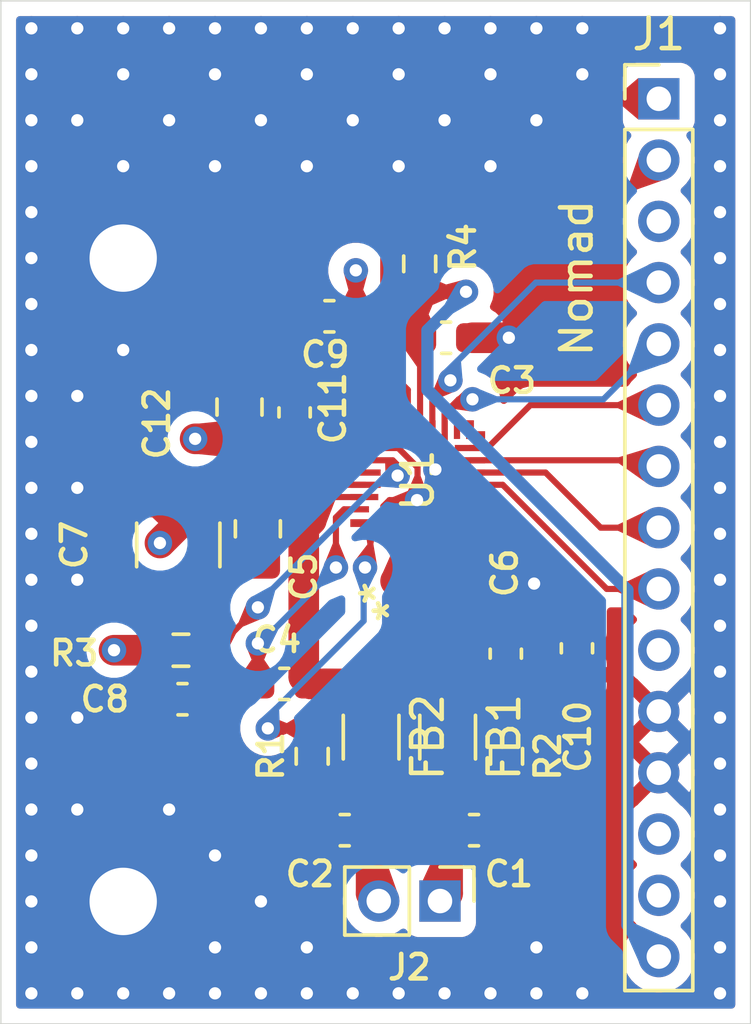
<source format=kicad_pcb>
(kicad_pcb (version 20241229) (generator "pcbnew") (generator_version "9.0")
  (layers (0 "F.Cu" signal) (4 "In1.Cu" power "GND") (6 "In2.Cu" power "PWR") (2 "B.Cu" signal) (13 "F.Paste" user) (15 "B.Paste" user) (5 "F.SilkS" user "F.Silkscreen") (7 "B.SilkS" user "B.Silkscreen") (1 "F.Mask" user) (3 "B.Mask" user) (25 "Edge.Cuts" user))
  (net 0 "")
  (net 1 "HP_P")
  (net 2 "GND")
  (net 3 "HP_N")
  (net 4 "OUTN")
  (net 5 "PVDD")
  (net 6 "OUTP")
  (net 7 "VBAT1S")
  (net 8 "IRQZ")
  (net 9 "SDZ")
  (net 10 "FSYNC")
  (net 11 "SBCLK")
  (net 12 "SCL")
  (net 13 "SDA")
  (net 14 "SDOUT")
  (net 15 "SDIN")
  (net 22 "/BST_N")
  (net 23 "/BST_P")
  (net 24 "/PVDD_SNS")
  (net 25 "/DREG")
  (net 26 "AVDD")
  (net 27 "IOVDD")
  (net 28 "/VSNSN")
  (net 29 "/VSNSP")
  (footprint "Capacitor_SMD:C_0603_1608Metric_Pad1.08x0.95mm_HandSolder" (layer "F.Cu") (at 142.6 95.5375 90)
    (property "Reference" "C11" (at 0.1375 1.25 270) (layer "F.SilkS") (effects (font (size 0.8 0.8))))
    (property "Value" "0.1u" (hide yes))
    (fp_line (start -0.146267 -0.51) (end 0.146267 -0.51) (stroke (width 0.12)) (layer "F.SilkS"))
    (fp_line (start -0.146267 0.51) (end 0.146267 0.51) (stroke (width 0.12)) (layer "F.SilkS"))
    (pad "1" smd roundrect (at -0.8625 0 90) (size 1.075 0.95) (layers "F.Cu" "F.Mask" "F.Paste") (net 7 "VBAT1S"))
    (pad "2" smd roundrect (at 0.8625 0 90) (size 1.075 0.95) (layers "F.Cu" "F.Mask" "F.Paste") (net 2 "GND"))
  )
  (footprint "Connector_PinHeader_2.00mm:PinHeader_1x02_P2.00mm_Vertical" (layer "F.Cu") (at 147.35 111.4875 -90)
    (property "Reference" "J2" (at 2.1625 1 180) (layer "F.SilkS") (effects (font (size 0.8 0.8))))
    (property "Value" "Conn_01x02" (hide yes))
    (fp_line (start -1.11 3.11) (end 1.11 3.11) (stroke (width 0.12)) (layer "F.SilkS"))
    (fp_line (start -1.11 1) (end -1.11 3.11) (stroke (width 0.12)) (layer "F.SilkS"))
    (fp_line (start -1.11 1) (end 1.11 1) (stroke (width 0.12)) (layer "F.SilkS"))
    (fp_line (start 1.11 1) (end 1.11 3.11) (stroke (width 0.12)) (layer "F.SilkS"))
    (fp_line (start -1.11 0) (end -1.11 -1.11) (stroke (width 0.12)) (layer "F.SilkS"))
    (fp_line (start -1.11 -1.11) (end 0 -1.11) (stroke (width 0.12)) (layer "F.SilkS"))
    (pad "1" thru_hole rect (at 0 0 270) (size 1.35 1.35) (drill 0.8) (layers "*.Cu" "*.Mask") (net 1 "HP_P"))
    (pad "2" thru_hole circle (at 0 2 270) (size 1.35 1.35) (drill 0.8) (layers "*.Cu" "*.Mask") (net 3 "HP_N"))
  )
  (footprint "Capacitor_SMD:C_0603_1608Metric_Pad1.08x0.95mm_HandSolder" (layer "F.Cu") (at 151.825 103.237501 -90)
    (property "Reference" "C10" (at 2.887499 -0.025 90) (layer "F.SilkS") (effects (font (size 0.8 0.8))))
    (property "Value" "1u" (hide yes))
    (fp_line (start -0.146267 0.51) (end 0.146267 0.51) (stroke (width 0.12)) (layer "F.SilkS"))
    (fp_line (start -0.146267 -0.51) (end 0.146267 -0.51) (stroke (width 0.12)) (layer "F.SilkS"))
    (pad "1" smd roundrect (at -0.862501 0 270) (size 1.075 0.95) (layers "F.Cu" "F.Mask" "F.Paste") (net 25 "/DREG"))
    (pad "2" smd roundrect (at 0.862501 0 270) (size 1.075 0.95) (layers "F.Cu" "F.Mask" "F.Paste") (net 2 "GND"))
  )
  (footprint "Resistor_SMD:R_0603_1608Metric_Pad0.98x0.95mm_HandSolder" (layer "F.Cu") (at 146.6875 90.6875 90)
    (property "Reference" "R4" (at 0.5375 1.4125 90) (layer "F.SilkS") (effects (font (size 0.8 0.8))))
    (property "Value" "4.7k" (hide yes))
    (fp_line (start -0.254724 -0.5225) (end 0.254724 -0.5225) (stroke (width 0.12)) (layer "F.SilkS"))
    (fp_line (start -0.254724 0.5225) (end 0.254724 0.5225) (stroke (width 0.12)) (layer "F.SilkS"))
    (pad "1" smd roundrect (at -0.9125 0 90) (size 0.975 0.95) (layers "F.Cu" "F.Mask" "F.Paste") (net 27 "IOVDD"))
    (pad "2" smd roundrect (at 0.9125 0 90) (size 0.975 0.95) (layers "F.Cu" "F.Mask" "F.Paste") (net 8 "IRQZ"))
  )
  (footprint "TAS2780:VQFN-HR_RYA_TEX" (layer "F.Cu") (at 146.6252 97.749999 90)
    (property "Reference" "U1" (at 0 0 90) (layer "F.SilkS"))
    (property "Value" "PTAS2780RYAR" (hide yes))
    (fp_poly (pts (xy 1.345212 -2.204796) (xy 1.345209 -1.417399) (xy 1.954809 -1.417399) (xy 1.954809 -1.671399) (xy 1.599209 -1.671393) (xy 1.599212 -2.204796)) (fill yes) (layer "F.Cu"))
    (fp_poly (pts (xy -1.942109 -1.417399) (xy -1.942109 -1.671399) (xy -1.526997 -1.671393) (xy -1.527 -2.204796) (xy -1.273 -2.204796) (xy -1.273 -1.417396)) (fill yes) (layer "F.Cu"))
    (fp_poly (pts (xy 1.954809 1.577807) (xy 1.345209 1.577807) (xy 1.345212 2.200097) (xy 1.599212 2.200097) (xy 1.599209 1.8318) (xy 1.954809 1.831807)) (fill yes) (layer "F.Cu"))
    (fp_poly (pts (xy -1.954809 1.577807) (xy -1.954809 1.831807) (xy -1.497609 1.8318) (xy -1.497612 2.200097) (xy -1.243612 2.200097) (xy -1.243609 1.577807)) (fill yes) (layer "F.Cu"))
    (fp_text user "*" (at -4.260001 -0.8952 90) (layer "F.SilkS"))
    (fp_text user "*" (at -3.690001 -1.3352 90) (layer "F.SilkS"))
    (pad "1" smd rect (at -1.650009 -1.544399 90) (size 0.5842 0.254) (layers "F.Cu" "F.Mask" "F.Paste") (net 28 "/VSNSN"))
    (pad "2" smd rect (at -1.446809 -1.1202 180) (size 0.2032 0.9906) (layers "F.Cu" "F.Mask" "F.Paste") (net 2 "GND"))
    (pad "3" smd rect (at -1.446809 -0.720201 180) (size 0.2032 0.9906) (layers "F.Cu" "F.Mask" "F.Paste") (net 6 "OUTP"))
    (pad "4" smd rect (at -1.650009 -0.320199 180) (size 0.2032 0.6096) (layers "F.Cu" "F.Mask" "F.Paste") (net 23 "/BST_P"))
    (pad "5" smd rect (at -1.650009 0.0798 180) (size 0.2032 0.6096) (layers "F.Cu" "F.Mask" "F.Paste") (net 29 "/VSNSP"))
    (pad "6" smd rect (at -1.650009 0.479799 180) (size 0.2032 0.6096) (layers "F.Cu" "F.Mask" "F.Paste"))
    (pad "7" smd rect (at -1.650009 0.879801 180) (size 0.2032 0.6096) (layers "F.Cu" "F.Mask" "F.Paste") (net 2 "GND"))
    (pad "8" smd rect (at -1.650009 1.2798 180) (size 0.2032 0.6096) (layers "F.Cu" "F.Mask" "F.Paste"))
    (pad "9" smd rect (at -1.599209 1.704807 180) (size 0.254 0.7112) (layers "F.Cu" "F.Mask" "F.Paste"))
    (pad "10" smd rect (at -0.950001 1.7048 90) (size 0.2032 0.9906) (layers "F.Cu" "F.Mask" "F.Paste") (net 25 "/DREG"))
    (pad "11" smd rect (at -0.549999 1.7048 90) (size 0.2032 0.9906) (layers "F.Cu" "F.Mask" "F.Paste"))
    (pad "12" smd rect (at -0.15 1.7048 90) (size 0.2032 0.9906) (layers "F.Cu" "F.Mask" "F.Paste") (net 14 "SDOUT"))
    (pad "13" smd rect (at 0.249999 1.7048 90) (size 0.2032 0.9906) (layers "F.Cu" "F.Mask" "F.Paste") (net 15 "SDIN"))
    (pad "14" smd rect (at 0.649998 1.7048 90) (size 0.2032 0.9906) (layers "F.Cu" "F.Mask" "F.Paste") (net 10 "FSYNC"))
    (pad "15" smd rect (at 1.05 1.7048 90) (size 0.2032 0.9906) (layers "F.Cu" "F.Mask" "F.Paste") (net 11 "SBCLK"))
    (pad "16" smd rect (at 1.650009 1.704807 180) (size 0.254 0.6096) (layers "F.Cu" "F.Mask" "F.Paste"))
    (pad "17" smd rect (at 1.650009 1.2798 180) (size 0.2032 0.6096) (layers "F.Cu" "F.Mask" "F.Paste"))
    (pad "18" smd rect (at 1.599209 0.879801 180) (size 0.2032 0.7112) (layers "F.Cu" "F.Mask" "F.Paste") (net 12 "SCL"))
    (pad "19" smd rect (at 1.624609 0.479799 180) (size 0.2032 0.6604) (layers "F.Cu" "F.Mask" "F.Paste") (net 13 "SDA"))
    (pad "20" smd rect (at 1.650009 0.0798 180) (size 0.2032 0.6096) (layers "F.Cu" "F.Mask" "F.Paste") (net 27 "IOVDD"))
    (pad "21" smd rect (at 1.650009 -0.320199 180) (size 0.2032 0.6096) (layers "F.Cu" "F.Mask" "F.Paste") (net 8 "IRQZ"))
    (pad "22" smd rect (at 1.650009 -0.720201 180) (size 0.2032 0.6096) (layers "F.Cu" "F.Mask" "F.Paste") (net 9 "SDZ"))
    (pad "23" smd rect (at 1.650009 -1.1202 180) (size 0.2032 0.6096) (layers "F.Cu" "F.Mask" "F.Paste") (net 2 "GND"))
    (pad "24" smd rect (at 1.650009 -1.544399 180) (size 0.254 0.6096) (layers "F.Cu" "F.Mask" "F.Paste") (net 26 "AVDD"))
    (pad "25" smd rect (at 1.05 -1.9 90) (size 0.2032 0.6096) (layers "F.Cu" "F.Mask" "F.Paste") (net 2 "GND"))
    (pad "26" smd rect (at 0.649998 -1.9 90) (size 0.2032 0.6096) (layers "F.Cu" "F.Mask" "F.Paste") (net 24 "/PVDD_SNS"))
    (pad "27" smd rect (at 0.249999 -1.7095 90) (size 0.2032 0.9906) (layers "F.Cu" "F.Mask" "F.Paste") (net 7 "VBAT1S"))
    (pad "28" smd rect (at -0.15 -1.7095 90) (size 0.2032 0.9906) (layers "F.Cu" "F.Mask" "F.Paste") (net 5 "PVDD"))
    (pad "29" smd rect (at -0.549999 -1.7476 90) (size 0.2032 0.9144) (layers "F.Cu" "F.Mask" "F.Paste") (net 4 "OUTN"))
    (pad "30" smd rect (at -0.950001 -1.9 90) (size 0.2032 0.6096) (layers "F.Cu" "F.Mask" "F.Paste") (net 22 "/BST_N"))
  )
  (footprint "Resistor_SMD:R_0603_1608Metric_Pad0.98x0.95mm_HandSolder" (layer "F.Cu") (at 138.8875 103.3 180)
    (property "Reference" "R3" (at 3.4875 -0.1 0) (layer "F.SilkS") (effects (font (size 0.8 0.8))))
    (property "Value" "2.2k" (hide yes))
    (fp_line (start -0.254724 0.5225) (end 0.254724 0.5225) (stroke (width 0.12)) (layer "F.SilkS"))
    (fp_line (start -0.254724 -0.5225) (end 0.254724 -0.5225) (stroke (width 0.12)) (layer "F.SilkS"))
    (pad "1" smd roundrect (at -0.9125 0 180) (size 0.975 0.95) (layers "F.Cu" "F.Mask" "F.Paste") (net 24 "/PVDD_SNS"))
    (pad "2" smd roundrect (at 0.9125 0 180) (size 0.975 0.95) (layers "F.Cu" "F.Mask" "F.Paste") (net 5 "PVDD"))
  )
  (footprint "Resistor_SMD:R_0603_1608Metric_Pad0.98x0.95mm_HandSolder" (layer "F.Cu") (at 149.525 106.7625 90)
    (property "Reference" "R2" (at 0 1.35 90) (layer "F.SilkS") (effects (font (size 0.8 0.8))))
    (property "Value" "1k" (hide yes))
    (fp_line (start -0.254724 -0.5225) (end 0.254724 -0.5225) (stroke (width 0.12)) (layer "F.SilkS"))
    (fp_line (start -0.254724 0.5225) (end 0.254724 0.5225) (stroke (width 0.12)) (layer "F.SilkS"))
    (pad "1" smd roundrect (at -0.9125 0 90) (size 0.975 0.95) (layers "F.Cu" "F.Mask" "F.Paste") (net 1 "HP_P"))
    (pad "2" smd roundrect (at 0.9125 0 90) (size 0.975 0.95) (layers "F.Cu" "F.Mask" "F.Paste") (net 29 "/VSNSP"))
  )
  (footprint "Capacitor_SMD:C_0603_1608Metric_Pad1.08x0.95mm_HandSolder" (layer "F.Cu") (at 147.55 93.1)
    (property "Reference" "C3" (at 2.15 1.4 0) (layer "F.SilkS") (effects (font (size 0.8 0.8))))
    (property "Value" "1u" (hide yes))
    (fp_line (start -0.146267 -0.51) (end 0.146267 -0.51) (stroke (width 0.12)) (layer "F.SilkS"))
    (fp_line (start -0.146267 0.51) (end 0.146267 0.51) (stroke (width 0.12)) (layer "F.SilkS"))
    (pad "1" smd roundrect (at -0.8625 0) (size 1.075 0.95) (layers "F.Cu" "F.Mask" "F.Paste") (net 27 "IOVDD"))
    (pad "2" smd roundrect (at 0.8625 0) (size 1.075 0.95) (layers "F.Cu" "F.Mask" "F.Paste") (net 2 "GND"))
  )
  (footprint "Capacitor_SMD:C_1210_3225Metric_Pad1.33x2.70mm_HandSolder" (layer "F.Cu") (at 138.8 99.8625 -90)
    (property "Reference" "C7" (at 0 3.4 90) (layer "F.SilkS") (effects (font (size 0.8 0.8))))
    (property "Value" "22u" (hide yes))
    (fp_line (start -0.711252 1.36) (end 0.711252 1.36) (stroke (width 0.12)) (layer "F.SilkS"))
    (fp_line (start -0.711252 -1.36) (end 0.711252 -1.36) (stroke (width 0.12)) (layer "F.SilkS"))
    (pad "1" smd roundrect (at -1.5625 0 270) (size 1.325 2.7) (layers "F.Cu" "F.Mask" "F.Paste") (roundrect_rratio 0.188679) (net 5 "PVDD"))
    (pad "2" smd roundrect (at 1.5625 0 270) (size 1.325 2.7) (layers "F.Cu" "F.Mask" "F.Paste") (roundrect_rratio 0.188679) (net 2 "GND"))
  )
  (footprint "Capacitor_SMD:C_0603_1608Metric_Pad1.08x0.95mm_HandSolder" (layer "F.Cu") (at 143.7375 92.4 180)
    (property "Reference" "C9" (at 0.1375 -1.25 0) (layer "F.SilkS") (effects (font (size 0.8 0.8))))
    (property "Value" "4.7u" (hide yes))
    (fp_line (start -0.146267 0.51) (end 0.146267 0.51) (stroke (width 0.12)) (layer "F.SilkS"))
    (fp_line (start -0.146267 -0.51) (end 0.146267 -0.51) (stroke (width 0.12)) (layer "F.SilkS"))
    (pad "1" smd roundrect (at -0.8625 0 180) (size 1.075 0.95) (layers "F.Cu" "F.Mask" "F.Paste") (net 26 "AVDD"))
    (pad "2" smd roundrect (at 0.8625 0 180) (size 1.075 0.95) (layers "F.Cu" "F.Mask" "F.Paste") (net 2 "GND"))
  )
  (footprint "Resistor_SMD:R_0603_1608Metric_Pad0.98x0.95mm_HandSolder" (layer "F.Cu") (at 143.175 106.7625 90)
    (property "Reference" "R1" (at 0 -1.35 90) (layer "F.SilkS") (effects (font (size 0.8 0.8))))
    (property "Value" "1k" (hide yes))
    (fp_line (start -0.254724 -0.5225) (end 0.254724 -0.5225) (stroke (width 0.12)) (layer "F.SilkS"))
    (fp_line (start -0.254724 0.5225) (end 0.254724 0.5225) (stroke (width 0.12)) (layer "F.SilkS"))
    (pad "1" smd roundrect (at -0.9125 0 90) (size 0.975 0.95) (layers "F.Cu" "F.Mask" "F.Paste") (net 3 "HP_N"))
    (pad "2" smd roundrect (at 0.9125 0 90) (size 0.975 0.95) (layers "F.Cu" "F.Mask" "F.Paste") (net 28 "/VSNSN"))
  )
  (footprint "Capacitor_SMD:C_1206_3216Metric_Pad1.33x1.80mm_HandSolder" (layer "F.Cu") (at 147.6 106.1375 -90)
    (property "Reference" "FB1" (at 0 -1.85 270) (layer "F.SilkS"))
    (property "Value" "FerriteBead")
    (fp_line (start -0.711252 0.91) (end 0.711252 0.91) (stroke (width 0.12)) (layer "F.SilkS"))
    (fp_line (start -0.711252 -0.91) (end 0.711252 -0.91) (stroke (width 0.12)) (layer "F.SilkS"))
    (pad "1" smd roundrect (at -1.5625 0 270) (size 1.325 1.8) (layers "F.Cu" "F.Mask" "F.Paste") (roundrect_rratio 0.188679) (net 6 "OUTP"))
    (pad "2" smd roundrect (at 1.5625 0 270) (size 1.325 1.8) (layers "F.Cu" "F.Mask" "F.Paste") (roundrect_rratio 0.188679) (net 1 "HP_P"))
  )
  (footprint "Capacitor_SMD:C_0603_1608Metric_Pad1.08x0.95mm_HandSolder" (layer "F.Cu") (at 148.4625 109.175 180)
    (property "Reference" "C1" (at -1.1375 -1.43 0) (layer "F.SilkS") (effects (font (size 0.8 0.8))))
    (property "Value" "1n" (hide yes))
    (fp_line (start -0.146267 0.51) (end 0.146267 0.51) (stroke (width 0.12)) (layer "F.SilkS"))
    (fp_line (start -0.146267 -0.51) (end 0.146267 -0.51) (stroke (width 0.12)) (layer "F.SilkS"))
    (pad "1" smd roundrect (at -0.8625 0 180) (size 1.075 0.95) (layers "F.Cu" "F.Mask" "F.Paste") (net 2 "GND"))
    (pad "2" smd roundrect (at 0.8625 0 180) (size 1.075 0.95) (layers "F.Cu" "F.Mask" "F.Paste") (net 1 "HP_P"))
  )
  (footprint "MountingHole:MountingHole_2.2mm_M2_DIN965_Pad" (layer "F.Cu") (at 137 90.5)
    (property "Reference" "H1" (hide yes))
    (property "Value" "MountingHole_Pad" (hide yes))
    (pad "1" thru_hole circle (at 0 0) (size 3.8 3.8) (drill 2.2) (layers "*.Cu" "*.Mask") (net 2 "GND"))
  )
  (footprint "Capacitor_SMD:C_0805_2012Metric_Pad1.18x1.45mm_HandSolder" (layer "F.Cu") (at 141.4 99.3375 -90)
    (property "Reference" "C5" (at 1.5625 -1.5 90) (layer "F.SilkS") (effects (font (size 0.8 0.8))))
    (property "Value" "0.1u" (hide yes))
    (fp_line (start -0.261252 0.735) (end 0.261252 0.735) (stroke (width 0.12)) (layer "F.SilkS"))
    (fp_line (start -0.261252 -0.735) (end 0.261252 -0.735) (stroke (width 0.12)) (layer "F.SilkS"))
    (pad "1" smd roundrect (at -1.0375 0 270) (size 1.175 1.45) (layers "F.Cu" "F.Mask" "F.Paste") (roundrect_rratio 0.212766) (net 5 "PVDD"))
    (pad "2" smd roundrect (at 1.0375 0 270) (size 1.175 1.45) (layers "F.Cu" "F.Mask" "F.Paste") (roundrect_rratio 0.212766) (net 2 "GND"))
  )
  (footprint "Capacitor_SMD:C_0603_1608Metric_Pad1.08x0.95mm_HandSolder" (layer "F.Cu") (at 149.5 103.4125 90)
    (property "Reference" "C6" (at 2.6375 -0.0375 90) (layer "F.SilkS") (effects (font (size 0.8 0.8))))
    (property "Value" "0.1u" (hide yes))
    (fp_line (start -0.146267 -0.51) (end 0.146267 -0.51) (stroke (width 0.12)) (layer "F.SilkS"))
    (fp_line (start -0.146267 0.51) (end 0.146267 0.51) (stroke (width 0.12)) (layer "F.SilkS"))
    (pad "1" smd roundrect (at -0.8625 0 90) (size 1.075 0.95) (layers "F.Cu" "F.Mask" "F.Paste") (net 6 "OUTP"))
    (pad "2" smd roundrect (at 0.8625 0 90) (size 1.075 0.95) (layers "F.Cu" "F.Mask" "F.Paste") (net 23 "/BST_P"))
  )
  (footprint "Capacitor_SMD:C_0603_1608Metric_Pad1.08x0.95mm_HandSolder" (layer "F.Cu") (at 138.9375 104.9 180)
    (property "Reference" "C8" (at 2.5375 0 0) (layer "F.SilkS") (effects (font (size 0.8 0.8))))
    (property "Value" "1n" (hide yes))
    (fp_line (start -0.146267 0.51) (end 0.146267 0.51) (stroke (width 0.12)) (layer "F.SilkS"))
    (fp_line (start -0.146267 -0.51) (end 0.146267 -0.51) (stroke (width 0.12)) (layer "F.SilkS"))
    (pad "1" smd roundrect (at -0.8625 0 180) (size 1.075 0.95) (layers "F.Cu" "F.Mask" "F.Paste") (net 24 "/PVDD_SNS"))
    (pad "2" smd roundrect (at 0.8625 0 180) (size 1.075 0.95) (layers "F.Cu" "F.Mask" "F.Paste") (net 2 "GND"))
  )
  (footprint "MountingHole:MountingHole_2.2mm_M2_DIN965_Pad" (layer "F.Cu") (at 137 111.5)
    (property "Reference" "H2" (hide yes))
    (property "Value" "MountingHole_Pad" (hide yes))
    (pad "1" thru_hole circle (at 0 0) (size 3.8 3.8) (drill 2.2) (layers "*.Cu" "*.Mask") (net 2 "GND"))
  )
  (footprint "Capacitor_SMD:C_0603_1608Metric_Pad1.08x0.95mm_HandSolder" (layer "F.Cu") (at 142.2625 104.4)
    (property "Reference" "C4" (at -0.2375 -1.4375 0) (layer "F.SilkS") (effects (font (size 0.8 0.8))))
    (property "Value" "0.1u" (hide yes))
    (fp_line (start -0.146267 -0.51) (end 0.146267 -0.51) (stroke (width 0.12)) (layer "F.SilkS"))
    (fp_line (start -0.146267 0.51) (end 0.146267 0.51) (stroke (width 0.12)) (layer "F.SilkS"))
    (pad "1" smd roundrect (at -0.8625 0) (size 1.075 0.95) (layers "F.Cu" "F.Mask" "F.Paste") (net 22 "/BST_N"))
    (pad "2" smd roundrect (at 0.8625 0) (size 1.075 0.95) (layers "F.Cu" "F.Mask" "F.Paste") (net 4 "OUTN"))
  )
  (footprint "Connector_PinHeader_2.00mm:PinHeader_1x15_P2.00mm_Vertical" (layer "F.Cu") (at 154.5 85.3)
    (property "Reference" "J1" (at 0 -2.11 0) (layer "F.SilkS"))
    (property "Value" "Conn_01x15" (hide yes))
    (fp_line (start -1.11 -1.11) (end 0 -1.11) (stroke (width 0.12)) (layer "F.SilkS"))
    (fp_line (start -1.11 0) (end -1.11 -1.11) (stroke (width 0.12)) (layer "F.SilkS"))
    (fp_line (start -1.11 1) (end -1.11 29.11) (stroke (width 0.12)) (layer "F.SilkS"))
    (fp_line (start -1.11 1) (end 1.11 1) (stroke (width 0.12)) (layer "F.SilkS"))
    (fp_line (start -1.11 29.11) (end 1.11 29.11) (stroke (width 0.12)) (layer "F.SilkS"))
    (fp_line (start 1.11 1) (end 1.11 29.11) (stroke (width 0.12)) (layer "F.SilkS"))
    (pad "1" thru_hole rect (at 0 0) (size 1.35 1.35) (drill 0.8) (layers "*.Cu" "*.Mask") (net 9 "SDZ"))
    (pad "2" thru_hole circle (at 0 2) (size 1.35 1.35) (drill 0.8) (layers "*.Cu" "*.Mask") (net 8 "IRQZ"))
    (pad "3" thru_hole circle (at 0 4) (size 1.35 1.35) (drill 0.8) (layers "*.Cu" "*.Mask") (net 26 "AVDD"))
    (pad "4" thru_hole circle (at 0 6) (size 1.35 1.35) (drill 0.8) (layers "*.Cu" "*.Mask") (net 13 "SDA"))
    (pad "5" thru_hole circle (at 0 8) (size 1.35 1.35) (drill 0.8) (layers "*.Cu" "*.Mask") (net 12 "SCL"))
    (pad "6" thru_hole circle (at 0 10) (size 1.35 1.35) (drill 0.8) (layers "*.Cu" "*.Mask") (net 11 "SBCLK"))
    (pad "7" thru_hole circle (at 0 12) (size 1.35 1.35) (drill 0.8) (layers "*.Cu" "*.Mask") (net 10 "FSYNC"))
    (pad "8" thru_hole circle (at 0 14) (size 1.35 1.35) (drill 0.8) (layers "*.Cu" "*.Mask") (net 15 "SDIN"))
    (pad "9" thru_hole circle (at 0 16) (size 1.35 1.35) (drill 0.8) (layers "*.Cu" "*.Mask") (net 14 "SDOUT"))
    (pad "10" thru_hole circle (at 0 18) (size 1.35 1.35) (drill 0.8) (layers "*.Cu" "*.Mask") (net 7 "VBAT1S"))
    (pad "11" thru_hole circle (at 0 20) (size 1.35 1.35) (drill 0.8) (layers "*.Cu" "*.Mask") (net 2 "GND"))
    (pad "12" thru_hole circle (at 0 22) (size 1.35 1.35) (drill 0.8) (layers "*.Cu" "*.Mask") (net 2 "GND"))
    (pad "13" thru_hole circle (at 0 24) (size 1.35 1.35) (drill 0.8) (layers "*.Cu" "*.Mask") (net 5 "PVDD"))
    (pad "14" thru_hole circle (at 0 26) (size 1.35 1.35) (drill 0.8) (layers "*.Cu" "*.Mask") (net 5 "PVDD"))
    (pad "15" thru_hole circle (at 0 28) (size 1.35 1.35) (drill 0.8) (layers "*.Cu" "*.Mask") (net 27 "IOVDD"))
  )
  (footprint "Capacitor_SMD:C_0805_2012Metric_Pad1.18x1.45mm_HandSolder" (layer "F.Cu") (at 140.8 95.3625 90)
    (property "Reference" "C12" (at -0.5375 -2.7 90) (layer "F.SilkS") (effects (font (size 0.8 0.8))))
    (property "Value" "10u" (hide yes))
    (fp_line (start -0.261252 -0.735) (end 0.261252 -0.735) (stroke (width 0.12)) (layer "F.SilkS"))
    (fp_line (start -0.261252 0.735) (end 0.261252 0.735) (stroke (width 0.12)) (layer "F.SilkS"))
    (pad "1" smd roundrect (at -1.0375 0 90) (size 1.175 1.45) (layers "F.Cu" "F.Mask" "F.Paste") (roundrect_rratio 0.212766) (net 7 "VBAT1S"))
    (pad "2" smd roundrect (at 1.0375 0 90) (size 1.175 1.45) (layers "F.Cu" "F.Mask" "F.Paste") (roundrect_rratio 0.212766) (net 2 "GND"))
  )
  (footprint "Capacitor_SMD:C_1206_3216Metric_Pad1.33x1.80mm_HandSolder" (layer "F.Cu") (at 145.1 106.1375 -90)
    (property "Reference" "FB2" (at 0 -1.85 270) (layer "F.SilkS"))
    (property "Value" "FerriteBead")
    (fp_line (start -0.711252 0.91) (end 0.711252 0.91) (stroke (width 0.12)) (layer "F.SilkS"))
    (fp_line (start -0.711252 -0.91) (end 0.711252 -0.91) (stroke (width 0.12)) (layer "F.SilkS"))
    (pad "1" smd roundrect (at -1.5625 0 270) (size 1.325 1.8) (layers "F.Cu" "F.Mask" "F.Paste") (roundrect_rratio 0.188679) (net 4 "OUTN"))
    (pad "2" smd roundrect (at 1.5625 0 270) (size 1.325 1.8) (layers "F.Cu" "F.Mask" "F.Paste") (roundrect_rratio 0.188679) (net 3 "HP_N"))
  )
  (footprint "Capacitor_SMD:C_0603_1608Metric_Pad1.08x0.95mm_HandSolder" (layer "F.Cu") (at 144.2375 109.175 180)
    (property "Reference" "C2" (at 1.1375 -1.43 0) (layer "F.SilkS") (effects (font (size 0.8 0.8))))
    (property "Value" "1n" (hide yes))
    (fp_line (start -0.146267 0.51) (end 0.146267 0.51) (stroke (width 0.12)) (layer "F.SilkS"))
    (fp_line (start -0.146267 -0.51) (end 0.146267 -0.51) (stroke (width 0.12)) (layer "F.SilkS"))
    (pad "1" smd roundrect (at -0.8625 0 180) (size 1.075 0.95) (layers "F.Cu" "F.Mask" "F.Paste") (net 3 "HP_N"))
    (pad "2" smd roundrect (at 0.8625 0 180) (size 1.075 0.95) (layers "F.Cu" "F.Mask" "F.Paste") (net 2 "GND"))
  )
  (gr_rect (start 133 82.1) (end 157.5 115.5) (stroke (width 0.05)) (fill no) (layer "Edge.Cuts"))
  (gr_text "Nomad" (at 152.4 93.8 90) (layer "F.SilkS") (effects (font (size 1 1)) (justify left bottom)))
  (segment (start 149.5 107.7) (end 149.525 107.675) (width 1) (layer "F.Cu") (net 1))
  (segment (start 147.6 107.7) (end 149.5 107.7) (width 1) (layer "F.Cu") (net 1))
  (segment (start 147.6 111.2375) (end 147.35 111.4875) (width 1) (layer "F.Cu") (net 1))
  (segment (start 147.6 109.175) (end 147.6 111.2375) (width 1) (layer "F.Cu") (net 1))
  (segment (start 147.6 109.175) (end 147.6 107.7) (width 1) (layer "F.Cu") (net 1))
  (segment (start 141.4 100.375) (end 139.85 100.375) (width 1) (layer "F.Cu") (net 2))
  (segment (start 135.925 101.425) (end 135.5 101) (width 1) (layer "F.Cu") (net 2))
  (segment (start 138.8 101.425) (end 138.8 101.6) (width 1) (layer "F.Cu") (net 2))
  (segment (start 147.4 98.4) (end 147.500002 98.500002) (width 0.2) (layer "F.Cu") (net 2))
  (segment (start 145.469593 96.699991) (end 145.4 96.699991) (width 0.2) (layer "F.Cu") (net 2))
  (segment (start 145.500001 98.599999) (end 145.7 98.4) (width 0.2) (layer "F.Cu") (net 2))
  (segment (start 146.617003 97.330346) (end 146.617003 98.382997) (width 0.2) (layer "F.Cu") (net 2))
  (segment (start 143.475 94.675) (end 142.6 94.675) (width 0.2) (layer "F.Cu") (net 2))
  (segment (start 145.4 96.699991) (end 144.720201 96.699991) (width 0.2) (layer "F.Cu") (net 2))
  (segment (start 145.986648 96.699991) (end 146.617003 97.330346) (width 0.2) (layer "F.Cu") (net 2))
  (segment (start 142.6 95.1) (end 142.6 94.675) (width 0.2) (layer "F.Cu") (net 2))
  (segment (start 144.099991 96.699991) (end 143.8 96.4) (width 0.2) (layer "F.Cu") (net 2))
  (segment (start 144.720201 96.699991) (end 144.099991 96.699991) (width 0.2) (layer "F.Cu") (net 2))
  (segment (start 149.35 109.2) (end 149.325 109.175) (width 1) (layer "F.Cu") (net 2))
  (segment (start 147.500002 98.500002) (end 147.500002 99.928401) (width 0.2) (layer "F.Cu") (net 2))
  (segment (start 144.720201 96.699991) (end 144.624991 96.699991) (width 0.2) (layer "F.Cu") (net 2))
  (segment (start 145.7 98.4) (end 146.6 98.4) (width 0.2) (layer "F.Cu") (net 2))
  (segment (start 143.8 96.4) (end 143.8 95) (width 0.2) (layer "F.Cu") (net 2))
  (segment (start 138.8 101.425) (end 135.925 101.425) (width 1) (layer "F.Cu") (net 2))
  (segment (start 143.8 95) (end 143.475 94.675) (width 0.2) (layer "F.Cu") (net 2))
  (segment (start 149.6 93.1) (end 148.4125 93.1) (width 1) (layer "F.Cu") (net 2))
  (segment (start 145.500001 96.669583) (end 145.469593 96.699991) (width 0.2) (layer "F.Cu") (net 2))
  (segment (start 139.85 100.375) (end 138.8 101.425) (width 1) (layer "F.Cu") (net 2))
  (segment (start 141.15 94.675) (end 140.8 94.325) (width 1) (layer "F.Cu") (net 2))
  (segment (start 146.617003 98.382997) (end 146.6 98.4) (width 0.2) (layer "F.Cu") (net 2))
  (segment (start 145.500001 96.099982) (end 145.500001 96.669583) (width 0.2) (layer "F.Cu") (net 2))
  (segment (start 145.500001 99.1968) (end 145.500001 98.599999) (width 0.2) (layer "F.Cu") (net 2))
  (segment (start 145.469593 96.699991) (end 145.986648 96.699991) (width 0.2) (layer "F.Cu") (net 2))
  (segment (start 154.499998 105.300002) (end 154.5 105.3) (width 0.2) (layer "F.Cu") (net 2))
  (segment (start 146.6 98.4) (end 147.4 98.4) (width 0.2) (layer "F.Cu") (net 2))
  (segment (start 142.6 94.675) (end 141.15 94.675) (width 1) (layer "F.Cu") (net 2))
  (via (at 156.5 113) (size 0.8) (drill 0.4) (layers "F.Cu" "B.Cu") (net 2))
  (via (at 156.5 84.5) (size 0.8) (drill 0.4) (layers "F.Cu" "B.Cu") (net 2))
  (via (at 149 114.5) (size 0.8) (drill 0.4) (layers "F.Cu" "B.Cu") (net 2))
  (via (at 156.5 95) (size 0.8) (drill 0.4) (layers "F.Cu" "B.Cu") (net 2))
  (via (at 135.5 108.5) (size 0.8) (drill 0.4) (layers "F.Cu" "B.Cu") (net 2))
  (via (at 147.5 83) (size 0.8) (drill 0.4) (layers "F.Cu" "B.Cu") (net 2))
  (via (at 138.5 108.5) (size 0.8) (drill 0.4) (layers "F.Cu" "B.Cu") (net 2))
  (via (at 156.5 99.5) (size 0.8) (drill 0.4) (layers "F.Cu" "B.Cu") (net 2))
  (via (at 156.5 92) (size 0.8) (drill 0.4) (layers "F.Cu" "B.Cu") (net 2))
  (via (at 150.425 101.125) (size 0.8) (drill 0.4) (layers "F.Cu" "B.Cu") (net 2))
  (via (at 146.6 98.4) (size 0.8) (drill 0.4) (layers "F.Cu" "B.Cu") (net 2))
  (via (at 134 107) (size 0.8) (drill 0.4) (layers "F.Cu" "B.Cu") (net 2))
  (via (at 134 96.5) (size 0.8) (drill 0.4) (layers "F.Cu" "B.Cu") (net 2))
  (via (at 134 95) (size 0.8) (drill 0.4) (layers "F.Cu" "B.Cu") (net 2))
  (via (at 134 84.5) (size 0.8) (drill 0.4) (layers "F.Cu" "B.Cu") (net 2))
  (via (at 143 114.5) (size 0.8) (drill 0.4) (layers "F.Cu" "B.Cu") (net 2))
  (via (at 134 101) (size 0.8) (drill 0.4) (layers "F.Cu" "B.Cu") (net 2))
  (via (at 146 84.5) (size 0.8) (drill 0.4) (layers "F.Cu" "B.Cu") (net 2))
  (via (at 150.5 113) (size 0.8) (drill 0.4) (layers "F.Cu" "B.Cu") (net 2))
  (via (at 135.5 83) (size 0.8) (drill 0.4) (layers "F.Cu" "B.Cu") (net 2))
  (via (at 137 114.5) (size 0.8) (drill 0.4) (layers "F.Cu" "B.Cu") (net 2))
  (via (at 137 87.5) (size 0.8) (drill 0.4) (layers "F.Cu" "B.Cu") (net 2))
  (via (at 156.5 90.5) (size 0.8) (drill 0.4) (layers "F.Cu" "B.Cu") (net 2))
  (via (at 138.5 83) (size 0.8) (drill 0.4) (layers "F.Cu" "B.Cu") (net 2))
  (via (at 149 87.5) (size 0.8) (drill 0.4) (layers "F.Cu" "B.Cu") (net 2))
  (via (at 140 114.5) (size 0.8) (drill 0.4) (layers "F.Cu" "B.Cu") (net 2))
  (via (at 140 83) (size 0.8) (drill 0.4) (layers "F.Cu" "B.Cu") (net 2))
  (via (at 135.5 101) (size 0.8) (drill 0.4) (layers "F.Cu" "B.Cu") (net 2))
  (via (at 146 87.5) (size 0.8) (drill 0.4) (layers "F.Cu" "B.Cu") (net 2))
  (via (at 134 105.5) (size 0.8) (drill 0.4) (layers "F.Cu" "B.Cu") (net 2))
  (via (at 141.5 83) (size 0.8) (drill 0.4) (layers "F.Cu" "B.Cu") (net 2))
  (via (at 152 114.5) (size 0.8) (drill 0.4) (layers "F.Cu" "B.Cu") (net 2))
  (via (at 141.5 86) (size 0.8) (drill 0.4) (layers "F.Cu" "B.Cu") (net 2))
  (via (at 146 83) (size 0.8) (drill 0.4) (layers "F.Cu" "B.Cu") (net 2))
  (via (at 156.5 96.5) (size 0.8) (drill 0.4) (layers "F.Cu" "B.Cu") (net 2))
  (via (at 147.2 97.4) (size 0.8) (drill 0.4) (layers "F.Cu" "B.Cu") (net 2))
  (via (at 134 111.5) (size 0.8) (drill 0.4) (layers "F.Cu" "B.Cu") (net 2))
  (via (at 134 90.5) (size 0.8) (drill 0.4) (layers "F.Cu" "B.Cu") (net 2))
  (via (at 149 83) (size 0.8) (drill 0.4) (layers "F.Cu" "B.Cu") (net 2))
  (via (at 134 104) (size 0.8) (drill 0.4) (layers "F.Cu" "B.Cu") (net 2))
  (via (at 150.5 86) (size 0.8) (drill 0.4) (layers "F.Cu" "B.Cu") (net 2))
  (via (at 140 110) (size 0.8) (drill 0.4) (layers "F.Cu" "B.Cu") (net 2))
  (via (at 138.5 114.5) (size 0.8) (drill 0.4) (layers "F.Cu" "B.Cu") (net 2))
  (via (at 143 87.5) (size 0.8) (drill 0.4) (layers "F.Cu" "B.Cu") (net 2))
  (via (at 135.5 105.5) (size 0.8) (drill 0.4) (layers "F.Cu" "B.Cu") (net 2))
  (via (at 156.5 105.5) (size 0.8) (drill 0.4) (layers "F.Cu" "B.Cu") (net 2))
  (via (at 140 113) (size 0.8) (drill 0.4) (layers "F.Cu" "B.Cu") (net 2))
  (via (at 149.6 93.1) (size 0.8) (drill 0.4) (layers "F.Cu" "B.Cu") (net 2))
  (via (at 156.5 114.5) (size 0.8) (drill 0.4) (layers "F.Cu" "B.Cu") (net 2))
  (via (at 134 99.5) (size 0.8) (drill 0.4) (layers "F.Cu" "B.Cu") (net 2))
  (via (at 156.5 87.5) (size 0.8) (drill 0.4) (layers "F.Cu" "B.Cu") (net 2))
  (via (at 134 86) (size 0.8) (drill 0.4) (layers "F.Cu" "B.Cu") (net 2))
  (via (at 134 93.5) (size 0.8) (drill 0.4) (layers "F.Cu" "B.Cu") (net 2))
  (via (at 150.5 114.5) (size 0.8) (drill 0.4) (layers "F.Cu" "B.Cu") (net 2))
  (via (at 152 84.5) (size 0.8) (drill 0.4) (layers "F.Cu" "B.Cu") (net 2))
  (via (at 137 84.5) (size 0.8) (drill 0.4) (layers "F.Cu" "B.Cu") (net 2))
  (via (at 134 98) (size 0.8) (drill 0.4) (layers "F.Cu" "B.Cu") (net 2))
  (via (at 134 113) (size 0.8) (drill 0.4) (layers "F.Cu" "B.Cu") (net 2))
  (via (at 134 102.5) (size 0.8) (drill 0.4) (layers "F.Cu" "B.Cu") (net 2))
  (via (at 156.5 86) (size 0.8) (drill 0.4) (layers "F.Cu" "B.Cu") (net 2))
  (via (at 135.5 98) (size 0.8) (drill 0.4) (layers "F.Cu" "B.Cu") (net 2))
  (via (at 156.5 83) (size 0.8) (drill 0.4) (layers "F.Cu" "B.Cu") (net 2))
  (via (at 146 114.5) (size 0.8) (drill 0.4) (layers "F.Cu" "B.Cu") (net 2))
  (via (at 143 83) (size 0.8) (drill 0.4) (layers "F.Cu" "B.Cu") (net 2))
  (via (at 143 113) (size 0.8) (drill 0.4) (layers "F.Cu" "B.Cu") (net 2))
  (via (at 156.5 89) (size 0.8) (drill 0.4) (layers "F.Cu" "B.Cu") (net 2))
  (via (at 156.5 107) (size 0.8) (drill 0.4) (layers "F.Cu" "B.Cu") (net 2))
  (via (at 141.5 111.5) (size 0.8) (drill 0.4) (layers "F.Cu" "B.Cu") (net 2))
  (via (at 149 84.5) (size 0.8) (drill 0.4) (layers "F.Cu" "B.Cu") (net 2))
  (via (at 135.5 86) (size 0.8) (drill 0.4) (layers "F.Cu" "B.Cu") (net 2))
  (via (at 134 87.5) (size 0.8) (drill 0.4) (layers "F.Cu" "B.Cu") (net 2))
  (via (at 141.5 114.5) (size 0.8) (drill 0.4) (layers "F.Cu" "B.Cu") (net 2))
  (via (at 144.5 86) (size 0.8) (drill 0.4) (layers "F.Cu" "B.Cu") (net 2))
  (via (at 140 84.5) (size 0.8) (drill 0.4) (layers "F.Cu" "B.Cu") (net 2))
  (via (at 147.5 86) (size 0.8) (drill 0.4) (layers "F.Cu" "B.Cu") (net 2))
  (via (at 156.5 110) (size 0.8) (drill 0.4) (layers "F.Cu" "B.Cu") (net 2))
  (via (at 138.5 86) (size 0.8) (drill 0.4) (layers "F.Cu" "B.Cu") (net 2))
  (via (at 137 83) (size 0.8) (drill 0.4) (layers "F.Cu" "B.Cu") (net 2))
  (via (at 134 92) (size 0.8) (drill 0.4) (layers "F.Cu" "B.Cu") (net 2))
  (via (at 134 110) (size 0.8) (drill 0.4) (layers "F.Cu" "B.Cu") (net 2))
  (via (at 156.5 111.5) (size 0.8) (drill 0.4) (layers "F.Cu" "B.Cu") (net 2))
  (via (at 134 83) (size 0.8) (drill 0.4) (layers "F.Cu" "B.Cu") (net 2))
  (via (at 152 83) (size 0.8) (drill 0.4) (layers "F.Cu" "B.Cu") (net 2))
  (via (at 134 89) (size 0.8) (drill 0.4) (layers "F.Cu" "B.Cu") (net 2))
  (via (at 134 114.5) (size 0.8) (drill 0.4) (layers "F.Cu" "B.Cu") (net 2))
  (via (at 140 87.5) (size 0.8) (drill 0.4) (layers "F.Cu" "B.Cu") (net 2))
  (via (at 156.5 104) (size 0.8) (drill 0.4) (layers "F.Cu" "B.Cu") (net 2))
  (via (at 156.5 93.5) (size 0.8) (drill 0.4) (layers "F.Cu" "B.Cu") (net 2))
  (via (at 156.5 108.5) (size 0.8) (drill 0.4) (layers "F.Cu" "B.Cu") (net 2))
  (via (at 135.5 95) (size 0.8) (drill 0.4) (layers "F.Cu" "B.Cu") (net 2))
  (via (at 147.5 114.5) (size 0.8) (drill 0.4) (layers "F.Cu" "B.Cu") (net 2))
  (via (at 156.5 98) (size 0.8) (drill 0.4) (layers "F.Cu" "B.Cu") (net 2))
  (via (at 134 108.5) (size 0.8) (drill 0.4) (layers "F.Cu" "B.Cu") (net 2))
  (via (at 156.5 102.5) (size 0.8) (drill 0.4) (layers "F.Cu" "B.Cu") (net 2))
  (via (at 156.5 101) (size 0.8) (drill 0.4) (layers "F.Cu" "B.Cu") (net 2))
  (via (at 150.5 83) (size 0.8) (drill 0.4) (layers "F.Cu" "B.Cu") (net 2))
  (via (at 143 84.5) (size 0.8) (drill 0.4) (layers "F.Cu" "B.Cu") (net 2))
  (via (at 144.5 83) (size 0.8) (drill 0.4) (layers "F.Cu" "B.Cu") (net 2))
  (via (at 135.5 114.5) (size 0.8) (drill 0.4) (layers "F.Cu" "B.Cu") (net 2))
  (via (at 144.5 114.5) (size 0.8) (drill 0.4) (layers "F.Cu" "B.Cu") (net 2))
  (via (at 137 93.5) (size 0.8) (drill 0.4) (layers "F.Cu" "B.Cu") (net 2))
  (segment (start 145.1 111.2375) (end 145.35 111.4875) (width 1) (layer "F.Cu") (net 3))
  (segment (start 145.1 109.175) (end 145.1 107.7) (width 1) (layer "F.Cu") (net 3))
  (segment (start 145.1 107.7) (end 143.2 107.7) (width 1) (layer "F.Cu") (net 3))
  (segment (start 143.2 107.7) (end 143.175 107.675) (width 1) (layer "F.Cu") (net 3))
  (segment (start 145.1 109.175) (end 145.1 111.2375) (width 1) (layer "F.Cu") (net 3))
  (segment (start 142.898997 104.173997) (end 142.898997 99.301003) (width 1) (layer "F.Cu") (net 4))
  (segment (start 144.872601 98.29999) (end 143.90001 98.29999) (width 0.2) (layer "F.Cu") (net 4))
  (segment (start 144.925 104.4) (end 145.1 104.575) (width 1) (layer "F.Cu") (net 4))
  (segment (start 143.125 104.4) (end 144.925 104.4) (width 1) (layer "F.Cu") (net 4))
  (segment (start 142.898997 99.301003) (end 143.149 99.051) (width 1) (layer "F.Cu") (net 4))
  (segment (start 143.90001 98.29999) (end 143.149 99.051) (width 0.2) (layer "F.Cu") (net 4))
  (segment (start 143.125 104.4) (end 142.898997 104.173997) (width 1) (layer "F.Cu") (net 4))
  (segment (start 143.2 98.3) (end 141.4 98.3) (width 0.2) (layer "F.Cu") (net 5))
  (segment (start 144.910701 97.899991) (end 143.600009 97.899991) (width 0.2) (layer "F.Cu") (net 5))
  (segment (start 141.4 98.3) (end 138.8 98.3) (width 1) (layer "F.Cu") (net 5))
  (segment (start 137.975 103.3) (end 136.7 103.3) (width 1) (layer "F.Cu") (net 5))
  (segment (start 138.8 99.2) (end 138.2 99.8) (width 1) (layer "F.Cu") (net 5))
  (segment (start 143.600009 97.899991) (end 143.2 98.3) (width 0.2) (layer "F.Cu") (net 5))
  (segment (start 138.8 98.3) (end 138.8 99.2) (width 1) (layer "F.Cu") (net 5))
  (via (at 138.2 99.8) (size 0.8) (drill 0.4) (layers "F.Cu" "B.Cu") (net 5))
  (via (at 136.7 103.3) (size 0.8) (drill 0.4) (layers "F.Cu" "B.Cu") (net 5))
  (segment (start 147.6 104.575) (end 149.175 104.575) (width 1) (layer "F.Cu") (net 6))
  (segment (start 147.6 102.742047) (end 145.9 101.042047) (width 1) (layer "F.Cu") (net 6))
  (segment (start 145.9 99.1968) (end 145.9 101.042047) (width 0.2) (layer "F.Cu") (net 6))
  (segment (start 147.6 104.575) (end 147.6 102.742047) (width 1) (layer "F.Cu") (net 6))
  (segment (start 149.175 104.575) (end 149.475 104.275) (width 1) (layer "F.Cu") (net 6))
  (segment (start 147.825 104.35) (end 147.6 104.575) (width 1) (layer "F.Cu") (net 6))
  (segment (start 144.910701 97.499992) (end 143.699992 97.499992) (width 0.2) (layer "F.Cu") (net 7))
  (segment (start 142.6 96.4) (end 140.8 96.4) (width 1) (layer "F.Cu") (net 7))
  (segment (start 140.8 96.4) (end 139.35 96.4) (width 1) (layer "F.Cu") (net 7))
  (segment (start 143.699992 97.499992) (end 142.6 96.4) (width 0.2) (layer "F.Cu") (net 7))
  (via (at 139.35 96.4) (size 0.8) (drill 0.4) (layers "F.Cu" "B.Cu") (net 7))
  (segment (start 145.849 94.349) (end 146.300002 94.800002) (width 0.2) (layer "F.Cu") (net 8))
  (segment (start 146.300002 94.800002) (end 146.300002 96.099982) (width 0.2) (layer "F.Cu") (net 8))
  (segment (start 152.025 89.775) (end 154.5 87.3) (width 0.2) (layer "F.Cu") (net 8))
  (segment (start 146.6875 89.775) (end 152.025 89.775) (width 0.2) (layer "F.Cu") (net 8))
  (segment (start 145.849 90.6135) (end 145.849 94.349) (width 0.2) (layer "F.Cu") (net 8))
  (segment (start 146.6875 89.775) (end 145.8615 90.601) (width 0.2) (layer "F.Cu") (net 8))
  (segment (start 145.8615 90.601) (end 145.8615 90.6135) (width 0.2) (layer "F.Cu") (net 8))
  (segment (start 145.498 95.169581) (end 145.498 89.779576) (width 0.2) (layer "F.Cu") (net 9))
  (segment (start 145.498 89.779576) (end 149.977576 85.3) (width 0.2) (layer "F.Cu") (net 9))
  (segment (start 145.9 96.099982) (end 145.9 95.571581) (width 0.2) (layer "F.Cu") (net 9))
  (segment (start 145.9 95.571581) (end 145.498 95.169581) (width 0.2) (layer "F.Cu") (net 9))
  (segment (start 149.977576 85.3) (end 154.5 85.3) (width 0.2) (layer "F.Cu") (net 9))
  (segment (start 148.325001 97.099993) (end 154.299993 97.099993) (width 0.2) (layer "F.Cu") (net 10))
  (segment (start 154.299993 97.099993) (end 154.5 97.3) (width 0.2) (layer "F.Cu") (net 10))
  (segment (start 150.3 95.3) (end 148.900009 96.699991) (width 0.2) (layer "F.Cu") (net 11))
  (segment (start 148.900009 96.699991) (end 148.325001 96.699991) (width 0.2) (layer "F.Cu") (net 11))
  (segment (start 154.5 95.3) (end 150.3 95.3) (width 0.2) (layer "F.Cu") (net 11))
  (segment (start 147.962145 95.109438) (end 148.410987 95.109438) (width 0.2) (layer "F.Cu") (net 12))
  (segment (start 147.500002 95.571581) (end 147.962145 95.109438) (width 0.2) (layer "F.Cu") (net 12))
  (segment (start 147.500002 96.150782) (end 147.500002 95.571581) (width 0.2) (layer "F.Cu") (net 12))
  (via (at 148.410987 95.109438) (size 0.8) (drill 0.4) (layers "F.Cu" "B.Cu") (net 12))
  (segment (start 152.690562 95.109438) (end 154.5 93.3) (width 0.2) (layer "B.Cu") (net 12))
  (segment (start 148.410987 95.109438) (end 152.690562 95.109438) (width 0.2) (layer "B.Cu") (net 12))
  (segment (start 147.690381 94.490381) (end 147.1 95.080762) (width 0.2) (layer "F.Cu") (net 13))
  (segment (start 147.1 95.080762) (end 147.1 96.125382) (width 0.2) (layer "F.Cu") (net 13))
  (segment (start 147.117402 96.10798) (end 147.1 96.125382) (width 0.2) (layer "F.Cu") (net 13))
  (via (at 147.690381 94.490381) (size 0.8) (drill 0.4) (layers "F.Cu" "B.Cu") (net 13))
  (segment (start 150.479346 91.3) (end 154.5 91.3) (width 0.2) (layer "B.Cu") (net 13))
  (segment (start 147.690381 94.088965) (end 150.479346 91.3) (width 0.2) (layer "B.Cu") (net 13))
  (segment (start 147.690381 94.490381) (end 147.690381 94.088965) (width 0.2) (layer "B.Cu") (net 13))
  (segment (start 148.325001 97.899991) (end 148.32501 97.9) (width 0.2) (layer "F.Cu") (net 14))
  (segment (start 148.32501 97.9) (end 149.4 97.9) (width 0.2) (layer "F.Cu") (net 14))
  (segment (start 152.8 101.3) (end 154.5 101.3) (width 0.2) (layer "F.Cu") (net 14))
  (segment (start 149.4 97.9) (end 152.8 101.3) (width 0.2) (layer "F.Cu") (net 14))
  (segment (start 152.6 99.3) (end 154.5 99.3) (width 0.2) (layer "F.Cu") (net 15))
  (segment (start 150.799992 97.499992) (end 152.6 99.3) (width 0.2) (layer "F.Cu") (net 15))
  (segment (start 148.325001 97.499992) (end 150.799992 97.499992) (width 0.2) (layer "F.Cu") (net 15))
  (segment (start 143.949997 100.6) (end 143.949997 98.965396) (width 0.2) (layer "F.Cu") (net 22))
  (segment (start 141.4 104.4) (end 141.4 103.075) (width 0.2) (layer "F.Cu") (net 22))
  (segment (start 143.949997 98.965396) (end 144.215401 98.699992) (width 0.2) (layer "F.Cu") (net 22))
  (segment (start 144.215401 98.699992) (end 144.720201 98.699992) (width 0.2) (layer "F.Cu") (net 22))
  (via (at 143.949997 100.6) (size 0.8) (drill 0.4) (layers "F.Cu" "B.Cu") (net 22))
  (via (at 141.4 103.075) (size 0.8) (drill 0.4) (layers "F.Cu" "B.Cu") (net 22))
  (segment (start 141.4 103.075) (end 141.474997 103.075) (width 0.2) (layer "B.Cu") (net 22))
  (segment (start 141.474997 103.075) (end 143.949997 100.6) (width 0.2) (layer "B.Cu") (net 22))
  (segment (start 148.5 102.55) (end 149.5 102.55) (width 0.2) (layer "F.Cu") (net 23))
  (segment (start 146.300002 100.350002) (end 146.300002 99.503613) (width 0.2) (layer "F.Cu") (net 23))
  (segment (start 146.300002 99.503613) (end 146.301 99.504611) (width 0.2) (layer "F.Cu") (net 23))
  (segment (start 146.300002 100.350002) (end 148.5 102.55) (width 0.2) (layer "F.Cu") (net 23))
  (segment (start 139.8 104.9) (end 139.8 103.3) (width 0.2) (layer "F.Cu") (net 24))
  (segment (start 145.966003 97.6) (end 145.966003 97.26) (width 0.2) (layer "F.Cu") (net 24))
  (segment (start 139.8 103.3) (end 140 103.3) (width 0.2) (layer "F.Cu") (net 24))
  (segment (start 140 103.3) (end 141.4 101.9) (width 0.2) (layer "F.Cu") (net 24))
  (segment (start 145.805996 97.099993) (end 144.720201 97.099993) (width 0.2) (layer "F.Cu") (net 24))
  (segment (start 145.966003 97.26) (end 145.805996 97.099993) (width 0.2) (layer "F.Cu") (net 24))
  (via (at 141.4 101.9) (size 0.8) (drill 0.4) (layers "F.Cu" "B.Cu") (net 24))
  (via (at 145.966003 97.6) (size 0.8) (drill 0.4) (layers "F.Cu" "B.Cu") (net 24))
  (segment (start 141.4 101.777823) (end 141.4 101.9) (width 0.2) (layer "B.Cu") (net 24))
  (segment (start 145.577823 97.6) (end 141.4 101.777823) (width 0.2) (layer "B.Cu") (net 24))
  (segment (start 145.966003 97.6) (end 145.577823 97.6) (width 0.2) (layer "B.Cu") (net 24))
  (segment (start 149.0253 98.7) (end 151.825 101.4997) (width 0.2) (layer "F.Cu") (net 25))
  (segment (start 148.33 98.7) (end 149.0253 98.7) (width 0.2) (layer "F.Cu") (net 25))
  (segment (start 148.881656 98.699992) (end 148.325001 98.699992) (width 0.2) (layer "F.Cu") (net 25))
  (segment (start 151.825 101.4997) (end 151.825 102.375) (width 0.2) (layer "F.Cu") (net 25))
  (segment (start 144.6 92.4) (end 144.6 95.4) (width 0.4) (layer "F.Cu") (net 26))
  (segment (start 144.6 95.4) (end 145.037401 95.837401) (width 0.4) (layer "F.Cu") (net 26))
  (segment (start 144.6 92.4) (end 144.6 90.9) (width 0.4) (layer "F.Cu") (net 26))
  (segment (start 145.037401 95.837401) (end 145.037401 96.099982) (width 0.4) (layer "F.Cu") (net 26))
  (via (at 144.6 90.9) (size 0.8) (drill 0.4) (layers "F.Cu" "B.Cu") (net 26))
  (segment (start 146.6875 91.6) (end 148.2 91.6) (width 0.4) (layer "F.Cu") (net 27))
  (segment (start 146.6875 93.1) (end 146.672 93.1155) (width 0.4) (layer "F.Cu") (net 27))
  (segment (start 146.6875 93.1) (end 146.728002 93.140502) (width 0.4) (layer "F.Cu") (net 27))
  (segment (start 146.700001 96.099982) (end 146.700001 93.112501) (width 0.2) (layer "F.Cu") (net 27))
  (segment (start 146.6875 91.6) (end 146.6875 93.1) (width 0.4) (layer "F.Cu") (net 27))
  (segment (start 146.700001 93.112501) (end 146.6875 93.1) (width 0.2) (layer "F.Cu") (net 27))
  (via (at 148.2 91.6) (size 0.8) (drill 0.4) (layers "F.Cu" "B.Cu") (net 27))
  (segment (start 146.939381 92.860619) (end 146.939381 94.801456) (width 0.4) (layer "B.Cu") (net 27))
  (segment (start 153.474 112.274) (end 154.5 113.3) (width 0.4) (layer "B.Cu") (net 27))
  (segment (start 148.2 91.6) (end 146.939381 92.860619) (width 0.4) (layer "B.Cu") (net 27))
  (segment (start 146.939381 94.801456) (end 153.474 101.336075) (width 0.4) (layer "B.Cu") (net 27))
  (segment (start 153.474 101.336075) (end 153.474 112.274) (width 0.4) (layer "B.Cu") (net 27))
  (segment (start 143.175 105.85) (end 141.725 105.85) (width 0.2) (layer "F.Cu") (net 28))
  (segment (start 145.075802 99.4) (end 145.075802 100.424198) (width 0.2) (layer "F.Cu") (net 28))
  (segment (start 145.075802 100.424198) (end 144.9 100.6) (width 0.2) (layer "F.Cu") (net 28))
  (via (at 141.725 105.85) (size 0.8) (drill 0.4) (layers "F.Cu" "B.Cu") (net 28))
  (via (at 144.9 100.6) (size 0.8) (drill 0.4) (layers "F.Cu" "B.Cu") (net 28))
  (segment (start 141.725 105.475) (end 144.855692 102.344308) (width 0.2) (layer "B.Cu") (net 28))
  (segment (start 144.855692 100.644308) (end 144.855692 102.344308) (width 0.2) (layer "B.Cu") (net 28))
  (segment (start 141.725 105.85) (end 141.725 105.475) (width 0.2) (layer "B.Cu") (net 28))
  (segment (start 144.9 100.6) (end 144.855692 100.644308) (width 0.2) (layer "B.Cu") (net 28))
  (segment (start 150.226 105.149) (end 149.525 105.85) (width 0.2) (layer "F.Cu") (net 29))
  (segment (start 148.401576 101.7615) (end 149.946424 101.7615) (width 0.2) (layer "F.Cu") (net 29))
  (segment (start 149.946424 101.7615) (end 150.226 102.041076) (width 0.2) (layer "F.Cu") (net 29))
  (segment (start 150.226 102.041076) (end 150.226 105.149) (width 0.2) (layer "F.Cu") (net 29))
  (segment (start 146.700001 100.059925) (end 148.401576 101.7615) (width 0.2) (layer "F.Cu") (net 29))
  (segment (start 146.700001 100.059925) (end 146.700001 99.4) (width 0.2) (layer "F.Cu") (net 29))
  (zone (net 2) (net_name "GND") (layer "F.Cu") (priority 4) (connect_pads (clearance 0.5)) (min_thickness 0.25) (fill yes (thermal_gap 0.5) (thermal_bridge_width 0.5))
    (polygon (pts (xy 133 82.1) (xy 157.5 82.1) (xy 157.5 115.5) (xy 133 115.5)))
  )
  (zone (net 2) (net_name "GND") (layer "B.Cu") (priority 5) (connect_pads (clearance 0.5)) (min_thickness 0.25) (fill yes (thermal_gap 0.5) (thermal_bridge_width 0.5))
    (polygon (pts (xy 133 82.1) (xy 157.5 82.1) (xy 157.5 115.5) (xy 133 115.5)))
  )
)
</source>
